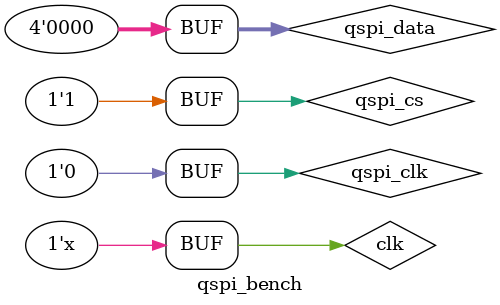
<source format=sv>
`timescale 1ns / 1ps
`default_nettype none

module qspi_bench();
    reg qspi_cs;
    reg qspi_clk;
    reg [3:0] qspi_data;
    //code up an interesting bench for qspi_clk, and qspi_data[3:0]
    always
    begin
        qspi_cs = 1;
        qspi_clk = 0;
        qspi_data = 4'b0000;
        #20
        qspi_cs = 0;
        #20
        qspi_data = 4'h3;
        qspi_clk = 1;
        #10
        qspi_clk = 0;
        #10
        qspi_data = 4'hE;
        qspi_clk = 1;
                #10
        qspi_clk = 0;
        #10
        qspi_data = 4'hA;
        qspi_clk = 1;
        #10
        qspi_clk = 0;
        #10
        qspi_data = 4'hF;
        qspi_clk = 1;
        #10
        qspi_clk = 0;
        #10
        qspi_data = 4'h0;
        qspi_clk = 1;
        #10
        qspi_clk = 0;
        #10
        qspi_data = 4'h1;
        qspi_clk = 1;
        #10
        qspi_clk = 0;
        #10
        qspi_data = 4'h2;
        qspi_clk = 1;
        #10
        qspi_clk = 0;
        #10
        qspi_data = 4'h3;
        qspi_clk = 1;
        #10
        qspi_clk = 0;
        #10
        qspi_data = 4'h4;
        qspi_clk = 1;
        #10
        qspi_clk = 0;
        #10
        qspi_data = 4'h5;
        qspi_clk = 1;
        #10
        qspi_clk = 0;
        #10
        qspi_data = 4'h6;
        qspi_clk = 1;
        #10
        qspi_clk = 0;
        #10
        qspi_data = 4'h7;
        qspi_clk = 1;
        #10
        qspi_clk = 0;
        #10
        qspi_data = 4'h0;
        #20
        qspi_cs = 1;
    end

    reg clk = 0;
    initial begin
        clk = 0;
        qspi_data = 0;
        qspi_clk = 0;
        qspi_cs = 1;
    end

    always
    begin
        #5
        clk = ~clk;
    end
    //connect it up to our RAM component hierarchy

    wire [13:0] dma_addr;
    wire [15:0] dma_data;
    wire        dma_we;

    spi_ram_controller spi_ram_controller_1 (
        .clk (clk),
        .i_qspi_din ({qspi_data[3], qspi_data[2], qspi_data[0], qspi_data[1]}),
        .i_qspi_cs  (qspi_cs),
        .i_qspi_clk (qspi_clk),
        .o_ram_addr (dma_addr),
        .o_ram_data (dma_data),
        .o_ram_write(dma_we)
    );
    //read and validate the signals that come out of our RAM controller
endmodule

</source>
